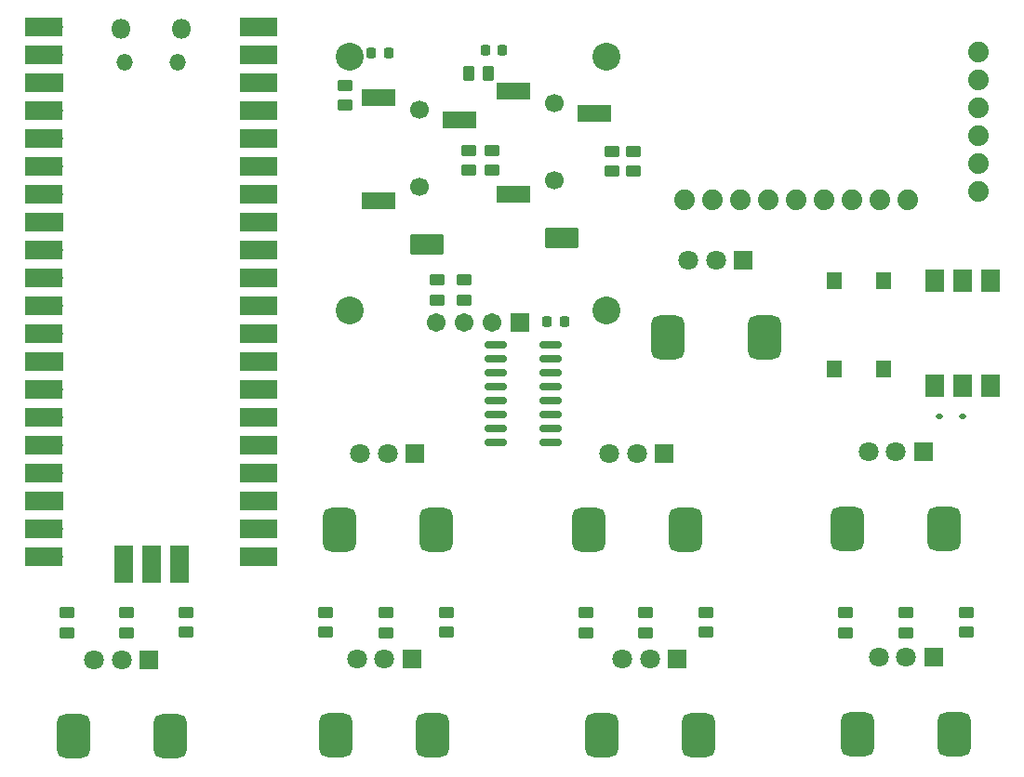
<source format=gts>
%TF.GenerationSoftware,KiCad,Pcbnew,8.0.3*%
%TF.CreationDate,2024-07-12T18:25:32-05:00*%
%TF.ProjectId,controller,636f6e74-726f-46c6-9c65-722e6b696361,rev?*%
%TF.SameCoordinates,Original*%
%TF.FileFunction,Soldermask,Top*%
%TF.FilePolarity,Negative*%
%FSLAX46Y46*%
G04 Gerber Fmt 4.6, Leading zero omitted, Abs format (unit mm)*
G04 Created by KiCad (PCBNEW 8.0.3) date 2024-07-12 18:25:32*
%MOMM*%
%LPD*%
G01*
G04 APERTURE LIST*
G04 Aperture macros list*
%AMRoundRect*
0 Rectangle with rounded corners*
0 $1 Rounding radius*
0 $2 $3 $4 $5 $6 $7 $8 $9 X,Y pos of 4 corners*
0 Add a 4 corners polygon primitive as box body*
4,1,4,$2,$3,$4,$5,$6,$7,$8,$9,$2,$3,0*
0 Add four circle primitives for the rounded corners*
1,1,$1+$1,$2,$3*
1,1,$1+$1,$4,$5*
1,1,$1+$1,$6,$7*
1,1,$1+$1,$8,$9*
0 Add four rect primitives between the rounded corners*
20,1,$1+$1,$2,$3,$4,$5,0*
20,1,$1+$1,$4,$5,$6,$7,0*
20,1,$1+$1,$6,$7,$8,$9,0*
20,1,$1+$1,$8,$9,$2,$3,0*%
G04 Aperture macros list end*
%ADD10RoundRect,0.250000X0.450000X-0.262500X0.450000X0.262500X-0.450000X0.262500X-0.450000X-0.262500X0*%
%ADD11RoundRect,0.750000X-0.750000X1.250000X-0.750000X-1.250000X0.750000X-1.250000X0.750000X1.250000X0*%
%ADD12C,1.800000*%
%ADD13R,1.800000X1.800000*%
%ADD14RoundRect,0.250000X-0.450000X0.262500X-0.450000X-0.262500X0.450000X-0.262500X0.450000X0.262500X0*%
%ADD15RoundRect,0.218750X-0.218750X-0.256250X0.218750X-0.256250X0.218750X0.256250X-0.218750X0.256250X0*%
%ADD16RoundRect,0.102000X-1.400000X0.800000X-1.400000X-0.800000X1.400000X-0.800000X1.400000X0.800000X0*%
%ADD17RoundRect,0.102000X-1.400000X0.700000X-1.400000X-0.700000X1.400000X-0.700000X1.400000X0.700000X0*%
%ADD18C,1.700000*%
%ADD19R,1.400000X1.600000*%
%ADD20C,1.879600*%
%ADD21R,1.780000X2.000000*%
%ADD22RoundRect,0.250000X-0.262500X-0.450000X0.262500X-0.450000X0.262500X0.450000X-0.262500X0.450000X0*%
%ADD23R,1.700000X3.500000*%
%ADD24O,1.700000X1.700000*%
%ADD25R,1.700000X1.700000*%
%ADD26R,3.500000X1.700000*%
%ADD27O,1.800000X1.800000*%
%ADD28O,1.500000X1.500000*%
%ADD29RoundRect,0.225000X0.225000X0.250000X-0.225000X0.250000X-0.225000X-0.250000X0.225000X-0.250000X0*%
%ADD30RoundRect,0.150000X-0.825000X-0.150000X0.825000X-0.150000X0.825000X0.150000X-0.825000X0.150000X0*%
%ADD31C,1.711200*%
%ADD32RoundRect,0.101600X0.754000X0.754000X-0.754000X0.754000X-0.754000X-0.754000X0.754000X-0.754000X0*%
%ADD33C,2.540000*%
%ADD34RoundRect,0.112500X-0.187500X-0.112500X0.187500X-0.112500X0.187500X0.112500X-0.187500X0.112500X0*%
G04 APERTURE END LIST*
D10*
%TO.C,R3*%
X123700000Y-34400000D03*
X123700000Y-36225000D03*
%TD*%
D11*
%TO.C,RV8*%
X126800000Y-51300000D03*
X135600000Y-51300000D03*
D12*
X128700000Y-44300000D03*
X131200000Y-44300000D03*
D13*
X133700000Y-44300000D03*
%TD*%
%TO.C,RV7*%
X79600000Y-80700000D03*
D12*
X77100000Y-80700000D03*
X74600000Y-80700000D03*
D11*
X81500000Y-87700000D03*
X72700000Y-87700000D03*
%TD*%
D13*
%TO.C,RV6*%
X103500000Y-80600000D03*
D12*
X101000000Y-80600000D03*
X98500000Y-80600000D03*
D11*
X105400000Y-87600000D03*
X96600000Y-87600000D03*
%TD*%
D13*
%TO.C,RV5*%
X127700000Y-80600000D03*
D12*
X125200000Y-80600000D03*
X122700000Y-80600000D03*
D11*
X129600000Y-87600000D03*
X120800000Y-87600000D03*
%TD*%
D13*
%TO.C,RV4*%
X151000000Y-80500000D03*
D12*
X148500000Y-80500000D03*
X146000000Y-80500000D03*
D11*
X152900000Y-87500000D03*
X144100000Y-87500000D03*
%TD*%
%TO.C,RV3*%
X96900000Y-68900000D03*
X105700000Y-68900000D03*
D12*
X98800000Y-61900000D03*
X101300000Y-61900000D03*
D13*
X103800000Y-61900000D03*
%TD*%
D11*
%TO.C,RV2*%
X143200000Y-68750000D03*
X152000000Y-68750000D03*
D12*
X145100000Y-61750000D03*
X147600000Y-61750000D03*
D13*
X150100000Y-61750000D03*
%TD*%
D11*
%TO.C,RV1*%
X119600000Y-68900000D03*
X128400000Y-68900000D03*
D12*
X121500000Y-61900000D03*
X124000000Y-61900000D03*
D13*
X126500000Y-61900000D03*
%TD*%
D14*
%TO.C,R11*%
X124827577Y-76400000D03*
X124827577Y-78225000D03*
%TD*%
D10*
%TO.C,R6*%
X110800000Y-36125000D03*
X110800000Y-34300000D03*
%TD*%
D15*
%TO.C,DT1*%
X111787500Y-25200000D03*
X110212500Y-25200000D03*
%TD*%
D16*
%TO.C,J1-I1*%
X104932000Y-42900000D03*
D17*
X107882000Y-31500000D03*
X100482000Y-38900000D03*
X100482000Y-29500000D03*
D18*
X104182000Y-37600000D03*
X104182000Y-30600000D03*
%TD*%
D19*
%TO.C,SW1*%
X142000000Y-54200000D03*
X142000000Y-46200000D03*
X146500000Y-54200000D03*
X146500000Y-46200000D03*
%TD*%
D14*
%TO.C,R15*%
X119400000Y-76400000D03*
X119400000Y-78225000D03*
%TD*%
%TO.C,R9*%
X77516663Y-76400000D03*
X77516663Y-78225000D03*
%TD*%
D20*
%TO.C,U4*%
X148640000Y-38800000D03*
X146100000Y-38800000D03*
X143560000Y-38800000D03*
X141020000Y-38800000D03*
X138480000Y-38800000D03*
X155140000Y-35510000D03*
X155140000Y-32970000D03*
X135940000Y-38800000D03*
X130860000Y-38800000D03*
X155140000Y-27890000D03*
X128320000Y-38800000D03*
X155140000Y-30430000D03*
X133400000Y-38800000D03*
X155140000Y-38050000D03*
X155140000Y-25350000D03*
%TD*%
D14*
%TO.C,R5*%
X97400000Y-28387500D03*
X97400000Y-30212500D03*
%TD*%
D21*
%TO.C,U1*%
X151100000Y-46170000D03*
X153640000Y-46170000D03*
X156180000Y-46170000D03*
X156180000Y-55700000D03*
X153640000Y-55700000D03*
X151100000Y-55700000D03*
%TD*%
D14*
%TO.C,R8*%
X105800000Y-46087500D03*
X105800000Y-47912500D03*
%TD*%
%TO.C,R18*%
X106700000Y-76387500D03*
X106700000Y-78212500D03*
%TD*%
D22*
%TO.C,R2*%
X108687500Y-27300000D03*
X110512500Y-27300000D03*
%TD*%
D14*
%TO.C,R20*%
X154000000Y-76387500D03*
X154000000Y-78212500D03*
%TD*%
%TO.C,R7*%
X108300000Y-46087500D03*
X108300000Y-47912500D03*
%TD*%
%TO.C,R13*%
X72100000Y-76400000D03*
X72100000Y-78225000D03*
%TD*%
%TO.C,R17*%
X83000000Y-76387500D03*
X83000000Y-78212500D03*
%TD*%
%TO.C,R19*%
X130300000Y-76387500D03*
X130300000Y-78212500D03*
%TD*%
%TO.C,R10*%
X101172120Y-76400000D03*
X101172120Y-78225000D03*
%TD*%
%TO.C,R16*%
X143000000Y-76400000D03*
X143000000Y-78225000D03*
%TD*%
%TO.C,R12*%
X148483034Y-76400000D03*
X148483034Y-78225000D03*
%TD*%
D23*
%TO.C,U3*%
X82330000Y-72030000D03*
D24*
X82330000Y-71130000D03*
D23*
X79790000Y-72030000D03*
D25*
X79790000Y-71130000D03*
D23*
X77250000Y-72030000D03*
D24*
X77250000Y-71130000D03*
D26*
X89580000Y-23100000D03*
D24*
X88680000Y-23100000D03*
D26*
X89580000Y-25640000D03*
D24*
X88680000Y-25640000D03*
D26*
X89580000Y-28180000D03*
D25*
X88680000Y-28180000D03*
D26*
X89580000Y-30720000D03*
D24*
X88680000Y-30720000D03*
D26*
X89580000Y-33260000D03*
D24*
X88680000Y-33260000D03*
D26*
X89580000Y-35800000D03*
D24*
X88680000Y-35800000D03*
D26*
X89580000Y-38340000D03*
D24*
X88680000Y-38340000D03*
D26*
X89580000Y-40880000D03*
D25*
X88680000Y-40880000D03*
D26*
X89580000Y-43420000D03*
D24*
X88680000Y-43420000D03*
D26*
X89580000Y-45960000D03*
D24*
X88680000Y-45960000D03*
D26*
X89580000Y-48500000D03*
D24*
X88680000Y-48500000D03*
D26*
X89580000Y-51040000D03*
D24*
X88680000Y-51040000D03*
D26*
X89580000Y-53580000D03*
D25*
X88680000Y-53580000D03*
D26*
X89580000Y-56120000D03*
D24*
X88680000Y-56120000D03*
D26*
X89580000Y-58660000D03*
D24*
X88680000Y-58660000D03*
D26*
X89580000Y-61200000D03*
D24*
X88680000Y-61200000D03*
D26*
X89580000Y-63740000D03*
D24*
X88680000Y-63740000D03*
D26*
X89580000Y-66280000D03*
D25*
X88680000Y-66280000D03*
D26*
X89580000Y-68820000D03*
D24*
X88680000Y-68820000D03*
D26*
X89580000Y-71360000D03*
D24*
X88680000Y-71360000D03*
D26*
X70000000Y-71360000D03*
D24*
X70900000Y-71360000D03*
D26*
X70000000Y-68820000D03*
D24*
X70900000Y-68820000D03*
D26*
X70000000Y-66280000D03*
D25*
X70900000Y-66280000D03*
D26*
X70000000Y-63740000D03*
D24*
X70900000Y-63740000D03*
D26*
X70000000Y-61200000D03*
D24*
X70900000Y-61200000D03*
D26*
X70000000Y-58660000D03*
D24*
X70900000Y-58660000D03*
D26*
X70000000Y-56120000D03*
D24*
X70900000Y-56120000D03*
D26*
X70000000Y-53580000D03*
D25*
X70900000Y-53580000D03*
D26*
X70000000Y-51040000D03*
D24*
X70900000Y-51040000D03*
D26*
X70000000Y-48500000D03*
D24*
X70900000Y-48500000D03*
D26*
X70000000Y-45960000D03*
D24*
X70900000Y-45960000D03*
D26*
X70000000Y-43420000D03*
D24*
X70900000Y-43420000D03*
D26*
X70000000Y-40880000D03*
D25*
X70900000Y-40880000D03*
D26*
X70000000Y-38340000D03*
D24*
X70900000Y-38340000D03*
D26*
X70000000Y-35800000D03*
D24*
X70900000Y-35800000D03*
D26*
X70000000Y-33260000D03*
D24*
X70900000Y-33260000D03*
D26*
X70000000Y-30720000D03*
D24*
X70900000Y-30720000D03*
D26*
X70000000Y-28180000D03*
D25*
X70900000Y-28180000D03*
D26*
X70000000Y-25640000D03*
D24*
X70900000Y-25640000D03*
D26*
X70000000Y-23100000D03*
D24*
X70900000Y-23100000D03*
D27*
X82515000Y-23230000D03*
D28*
X82215000Y-26260000D03*
X77365000Y-26260000D03*
D27*
X77065000Y-23230000D03*
%TD*%
D29*
%TO.C,C1*%
X117400000Y-49900000D03*
X115850000Y-49900000D03*
%TD*%
D16*
%TO.C,J11-O1*%
X117200000Y-42300000D03*
D17*
X120150000Y-30900000D03*
X112750000Y-38300000D03*
X112750000Y-28900000D03*
D18*
X116450000Y-37000000D03*
X116450000Y-30000000D03*
%TD*%
D30*
%TO.C,U2*%
X116120000Y-52030000D03*
X116120000Y-53300000D03*
X116120000Y-54570000D03*
X116120000Y-55840000D03*
X116120000Y-57110000D03*
X116120000Y-58380000D03*
X116120000Y-59650000D03*
X116120000Y-60920000D03*
X111170000Y-60920000D03*
X111170000Y-59650000D03*
X111170000Y-58380000D03*
X111170000Y-57110000D03*
X111170000Y-55840000D03*
X111170000Y-54570000D03*
X111170000Y-53300000D03*
X111170000Y-52030000D03*
%TD*%
D14*
%TO.C,R14*%
X95700000Y-76387500D03*
X95700000Y-78212500D03*
%TD*%
%TO.C,R4*%
X108700000Y-34300000D03*
X108700000Y-36125000D03*
%TD*%
D31*
%TO.C,DISP1*%
X105706000Y-50007000D03*
X108246000Y-50007000D03*
X110786000Y-50007000D03*
D32*
X113326000Y-50007000D03*
D33*
X97832000Y-25750000D03*
X97832000Y-48864000D03*
X121200000Y-25750000D03*
X121200000Y-48864000D03*
%TD*%
D15*
%TO.C,DR1*%
X99812500Y-25400000D03*
X101387500Y-25400000D03*
%TD*%
D10*
%TO.C,R1*%
X121700000Y-34387500D03*
X121700000Y-36212500D03*
%TD*%
D34*
%TO.C,D1*%
X151550000Y-58500000D03*
X153650000Y-58500000D03*
%TD*%
M02*

</source>
